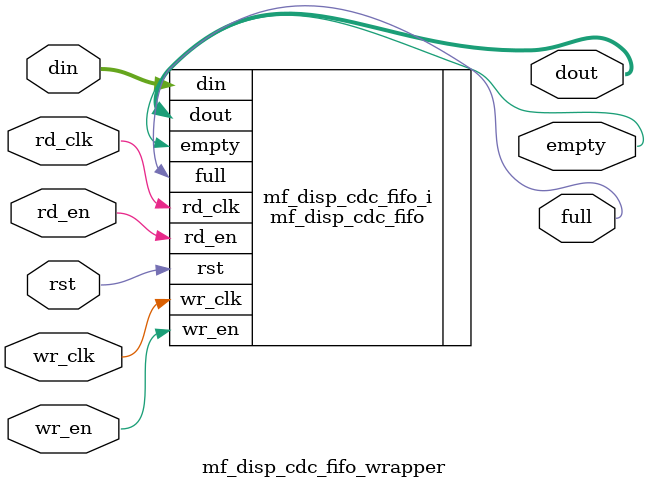
<source format=v>
`timescale 1 ps / 1 ps

module mf_disp_cdc_fifo_wrapper
   (din,
    dout,
    empty,
    full,
    rd_clk,
    rd_en,
    rst,
    wr_clk,
    wr_en);
  input [3:0]din;
  output [3:0]dout;
  output empty;
  output full;
  input rd_clk;
  input rd_en;
  input rst;
  input wr_clk;
  input wr_en;

  wire [3:0]din;
  wire [3:0]dout;
  wire empty;
  wire full;
  wire rd_clk;
  wire rd_en;
  wire rst;
  wire wr_clk;
  wire wr_en;

mf_disp_cdc_fifo mf_disp_cdc_fifo_i
       (.din(din),
        .dout(dout),
        .empty(empty),
        .full(full),
        .rd_clk(rd_clk),
        .rd_en(rd_en),
        .rst(rst),
        .wr_clk(wr_clk),
        .wr_en(wr_en));
endmodule

</source>
